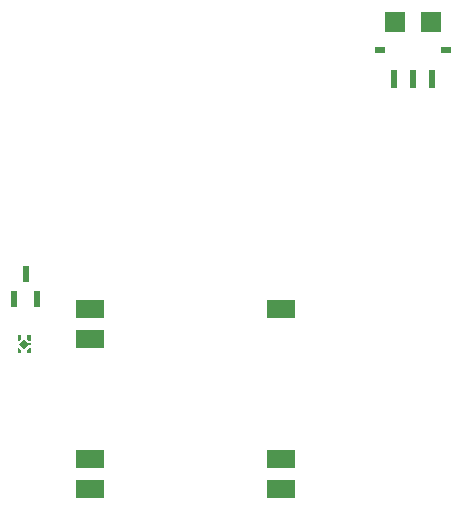
<source format=gbr>
%TF.GenerationSoftware,KiCad,Pcbnew,8.0.1*%
%TF.CreationDate,2024-03-27T00:26:04+01:00*%
%TF.ProjectId,recruitment,72656372-7569-4746-9d65-6e742e6b6963,V0*%
%TF.SameCoordinates,Original*%
%TF.FileFunction,Paste,Top*%
%TF.FilePolarity,Positive*%
%FSLAX46Y46*%
G04 Gerber Fmt 4.6, Leading zero omitted, Abs format (unit mm)*
G04 Created by KiCad (PCBNEW 8.0.1) date 2024-03-27 00:26:04*
%MOMM*%
%LPD*%
G01*
G04 APERTURE LIST*
%ADD10C,0.000000*%
%ADD11R,0.558800X1.320800*%
%ADD12R,0.025400X0.025400*%
%ADD13R,2.450000X1.600000*%
%ADD14R,0.508000X1.600200*%
%ADD15R,0.889000X0.609600*%
%ADD16R,1.803400X1.701800*%
G04 APERTURE END LIST*
D10*
%TO.C,U4*%
G36*
X120999800Y-103739999D02*
G01*
X120829800Y-103909999D01*
X120699800Y-103909999D01*
X120699800Y-103459999D01*
X120999800Y-103459999D01*
X120999800Y-103739999D01*
G37*
G36*
X121799800Y-103909999D02*
G01*
X121669800Y-103909999D01*
X121499800Y-103739999D01*
X121499800Y-103459999D01*
X121799800Y-103459999D01*
X121799800Y-103909999D01*
G37*
G36*
X121594800Y-104109999D02*
G01*
X121774800Y-104109999D01*
X121774800Y-104309999D01*
X121594800Y-104309999D01*
X121249800Y-104655474D01*
X120804325Y-104209999D01*
X121249800Y-103764524D01*
X121594800Y-104109999D01*
G37*
G36*
X121799800Y-104959999D02*
G01*
X121499800Y-104959999D01*
X121499800Y-104679999D01*
X121669800Y-104509999D01*
X121799800Y-104509999D01*
X121799800Y-104959999D01*
G37*
G36*
X120999800Y-104679999D02*
G01*
X120999800Y-104959999D01*
X120699800Y-104959999D01*
X120699800Y-104509999D01*
X120829800Y-104509999D01*
X120999800Y-104679999D01*
G37*
%TD*%
D11*
%TO.C,U5*%
X120399999Y-100393600D03*
X122300001Y-100393600D03*
X121350000Y-98260000D03*
%TD*%
D12*
%TO.C,U4*%
X120850000Y-103760000D03*
X120850000Y-104659998D03*
X121649600Y-104659998D03*
X121649600Y-103760000D03*
X121249800Y-104209999D03*
%TD*%
D13*
%TO.C,U3*%
X126850000Y-101260000D03*
X126850000Y-103800000D03*
X126850000Y-113960000D03*
X126850000Y-116500000D03*
X143000000Y-116500000D03*
X143000000Y-113960000D03*
X143000000Y-101260000D03*
%TD*%
D14*
%TO.C,U1*%
X152550001Y-81760000D03*
X154150000Y-81760000D03*
X155750000Y-81760000D03*
D15*
X151350000Y-79260000D03*
X156949999Y-79260000D03*
D16*
X152650003Y-76910000D03*
X155649997Y-76910000D03*
%TD*%
M02*

</source>
